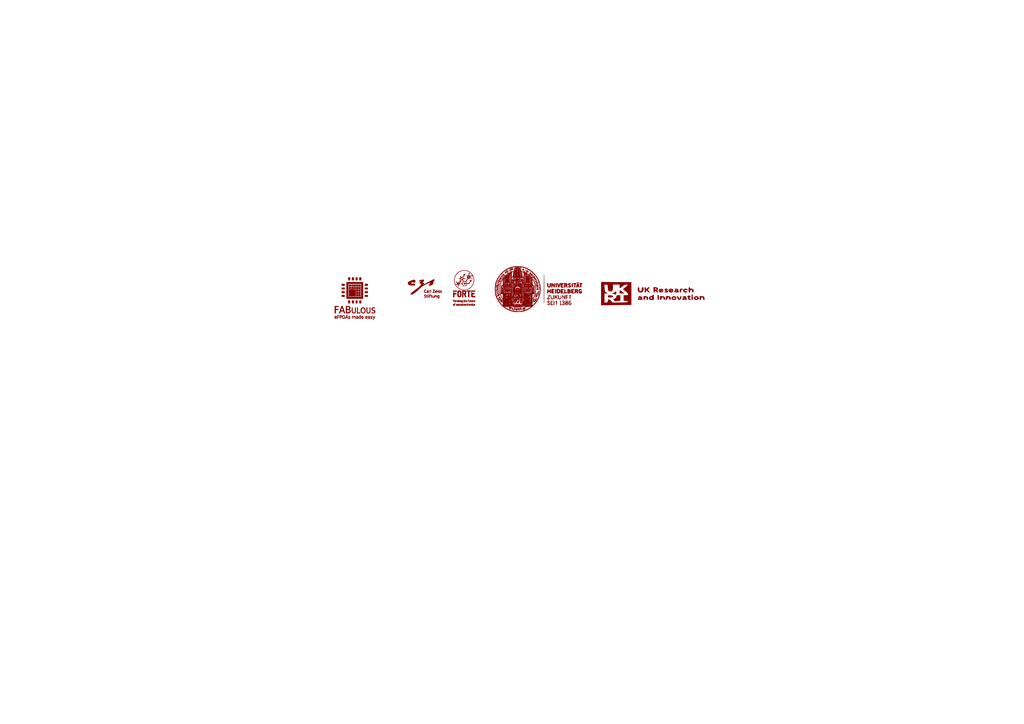
<source format=kicad_sch>
(kicad_sch (version 20231120) (generator "eeschema") (generator_version "8.0")
  (paper "A4")
  (title_block (date "2024-05-30") (rev "0.1"))
  (lib_symbols
    (symbol "FORTE_logo_square:LOGO" (pin_names (offset 1.016)))
    (symbol "LOGO_1" (pin_names (offset 1.016)))
    (symbol "carl_zeiss_logo:LOGO" (pin_names (offset 1.016)))
    (symbol "heidelberg-university-logo:LOGO" (pin_names (offset 1.016)))
    (symbol "ukriplus_logo:LOGO" (pin_names (offset 1.016)))
  )
  (symbol (lib_id "FORTE_logo_square:LOGO") (at 134.62 83.82 0) (unit 1) (in_bom no)
    (property "Reference" "T3" (effects (hide yes)))
    (property "Value" "LOGO" (effects (hide yes)))
    (property "Footprint" "Logos:FORTE_logo_square" (effects (hide yes)))
  )
  (symbol (lib_id "carl_zeiss_logo:LOGO") (at 123.19 83.82 0) (unit 1) (in_bom no)
    (property "Reference" "T2" (effects (hide yes)))
    (property "Value" "LOGO" (effects (hide yes)))
    (property "Footprint" "Logos:carl_zeiss_stiftung" (effects (hide yes)))
  )
  (symbol (lib_id "ukriplus_logo:LOGO") (at 189.23 85.09 0) (unit 1) (in_bom no)
    (property "Reference" "T5" (effects (hide yes)))
    (property "Value" "LOGO" (effects (hide yes)))
    (property "Footprint" "Logos:ukripluslogo" (effects (hide yes)))
  )
  (symbol (lib_id "heidelberg-university-logo:LOGO") (at 156.21 83.82 0) (unit 1) (in_bom no)
    (property "Reference" "T4" (effects (hide yes)))
    (property "Value" "LOGO" (effects (hide yes)))
    (property "Footprint" "Logos:heidelberg-university-logo" (effects (hide yes)))
  )
  (symbol (lib_name "LOGO_1") (lib_id "FABulousLogo:LOGO") (at 102.87 86.36 0) (unit 1) (in_bom no)
    (property "Reference" "T1" (effects (hide yes)))
    (property "Value" "LOGO" (effects (hide yes)))
    (property "Footprint" "FABulous:fabulous_logo_qr_code_generated_25mm" (effects (hide yes)))
  )
)
</source>
